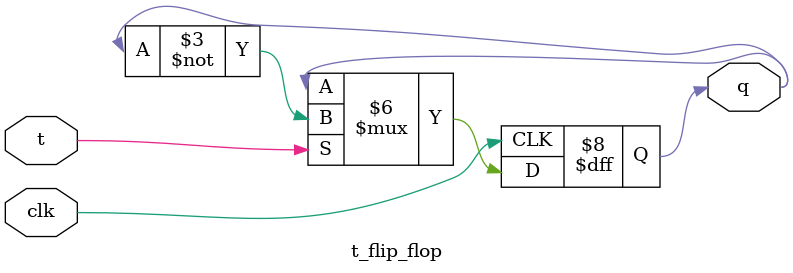
<source format=v>
`timescale 1ns / 1ps


module t_flip_flop(t,clk,q);
    input t,clk;
    output reg q;
    
    initial begin
        q=0;
    end
    
    always@(negedge clk)
    begin
        if (~t)
            q=q;
        else
            q=~q;
    end
endmodule

</source>
